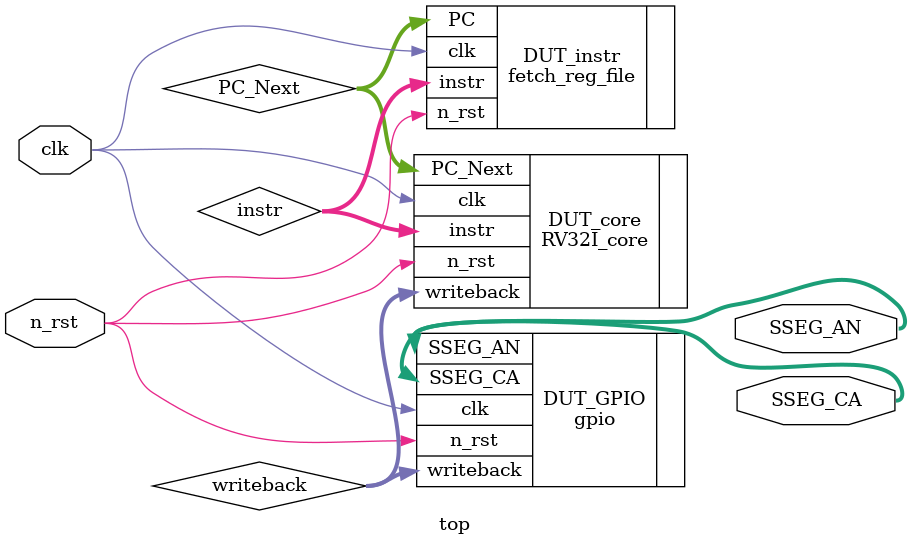
<source format=sv>
`timescale 1ns / 1ps
module top (
    input logic clk, n_rst,
    // input logic [15:0] SW,
    // input logic [4:0] BTN,
    // output logic [15:0] LED,
    output logic [7:0] SSEG_CA, SSEG_AN

    // output logic RGB1_Blue, RGB1_Green, RGB1_Red, RGB2_Blue, RGB2_Green, RGB2_Red,
    // input logic CPU_RESET //set as n_rst?
);



logic [31:0] PC_Next, instr, writeback;

RV32I_core DUT_core (.clk(clk), .n_rst(n_rst), 
    .instr(instr), 
    .PC_Next(PC_Next),
    .writeback(writeback) //data written to memory or ALU outputs.
);

fetch_reg_file #(.NUM_INSTR(32)) DUT_instr (.clk(clk), .n_rst(n_rst), //external instruction memory
    .PC(PC_Next), //watch for potential timing hazards (PC vs PC_Next)
    .instr(instr)
);

gpio DUT_GPIO (.clk(clk), .n_rst(n_rst),
    //FPGA/peripheral I/O
    // .SW(SW),
    // .BTN(BTN),
    // .LED(LED),
    .writeback(writeback),
    .SSEG_AN(SSEG_AN), 
    .SSEG_CA(SSEG_CA)
    //core inputs
);
endmodule

</source>
